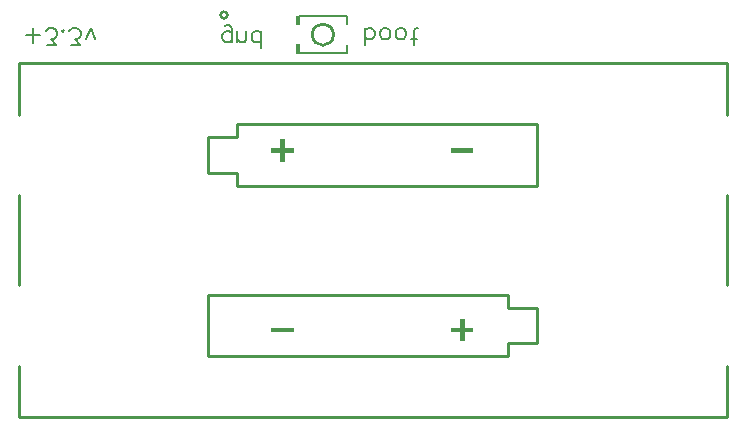
<source format=gbo>
G04 Layer: BottomSilkscreenLayer*
G04 EasyEDA v6.5.47, 2024-12-05 11:28:38*
G04 e01d2f149ab64b4ea65648a7afd3b608,d06a1f6f384c4cbbbfe4d72778ff38a8,10*
G04 Gerber Generator version 0.2*
G04 Scale: 100 percent, Rotated: No, Reflected: No *
G04 Dimensions in millimeters *
G04 leading zeros omitted , absolute positions ,4 integer and 5 decimal *
%FSLAX45Y45*%
%MOMM*%

%ADD10C,0.2032*%
%ADD11C,0.1524*%
%ADD12C,0.2540*%

%LPD*%
D10*
X620163Y-296009D02*
G01*
X620163Y-173281D01*
X558800Y-234645D02*
G01*
X681527Y-234645D01*
X740163Y-316463D02*
G01*
X815162Y-316463D01*
X774252Y-261917D01*
X794707Y-261917D01*
X808344Y-255099D01*
X815162Y-248282D01*
X821982Y-227827D01*
X821982Y-214190D01*
X815162Y-193735D01*
X801527Y-180101D01*
X781072Y-173281D01*
X760618Y-173281D01*
X740163Y-180101D01*
X733346Y-186918D01*
X726526Y-200553D01*
X873800Y-207373D02*
G01*
X866980Y-200553D01*
X873800Y-193735D01*
X880618Y-200553D01*
X873800Y-207373D01*
X939253Y-316463D02*
G01*
X1014252Y-316463D01*
X973345Y-261917D01*
X993800Y-261917D01*
X1007435Y-255099D01*
X1014252Y-248282D01*
X1021072Y-227827D01*
X1021072Y-214190D01*
X1014252Y-193735D01*
X1000617Y-180101D01*
X980163Y-173281D01*
X959708Y-173281D01*
X939253Y-180101D01*
X932436Y-186918D01*
X925616Y-200553D01*
X1066071Y-268737D02*
G01*
X1106980Y-173281D01*
X1147889Y-268737D02*
G01*
X1106980Y-173281D01*
X2304318Y-294137D02*
G01*
X2304318Y-185046D01*
X2297501Y-164592D01*
X2290681Y-157772D01*
X2277046Y-150954D01*
X2256591Y-150954D01*
X2242954Y-157772D01*
X2304318Y-273682D02*
G01*
X2290681Y-287317D01*
X2277046Y-294137D01*
X2256591Y-294137D01*
X2242954Y-287317D01*
X2229317Y-273682D01*
X2222500Y-253227D01*
X2222500Y-239590D01*
X2229317Y-219135D01*
X2242954Y-205498D01*
X2256591Y-198681D01*
X2277046Y-198681D01*
X2290681Y-205498D01*
X2304318Y-219135D01*
X2349317Y-294137D02*
G01*
X2349317Y-198681D01*
X2349317Y-266862D02*
G01*
X2369771Y-287317D01*
X2383409Y-294137D01*
X2403863Y-294137D01*
X2417500Y-287317D01*
X2424318Y-266862D01*
X2424318Y-198681D01*
X2551135Y-341863D02*
G01*
X2551135Y-198681D01*
X2551135Y-273682D02*
G01*
X2537500Y-287317D01*
X2523863Y-294137D01*
X2503408Y-294137D01*
X2489771Y-287317D01*
X2476136Y-273682D01*
X2469316Y-253227D01*
X2469316Y-239590D01*
X2476136Y-219135D01*
X2489771Y-205498D01*
X2503408Y-198681D01*
X2523863Y-198681D01*
X2537500Y-205498D01*
X2551135Y-219135D01*
X3429000Y-316463D02*
G01*
X3429000Y-173281D01*
X3429000Y-248282D02*
G01*
X3442637Y-261917D01*
X3456271Y-268737D01*
X3476726Y-268737D01*
X3490363Y-261917D01*
X3504001Y-248282D01*
X3510818Y-227827D01*
X3510818Y-214190D01*
X3504001Y-193735D01*
X3490363Y-180098D01*
X3476726Y-173281D01*
X3456271Y-173281D01*
X3442637Y-180098D01*
X3429000Y-193735D01*
X3589909Y-268737D02*
G01*
X3576271Y-261917D01*
X3562637Y-248282D01*
X3555817Y-227827D01*
X3555817Y-214190D01*
X3562637Y-193735D01*
X3576271Y-180098D01*
X3589909Y-173281D01*
X3610363Y-173281D01*
X3624000Y-180098D01*
X3637635Y-193735D01*
X3644452Y-214190D01*
X3644452Y-227827D01*
X3637635Y-248282D01*
X3624000Y-261917D01*
X3610363Y-268737D01*
X3589909Y-268737D01*
X3723546Y-268737D02*
G01*
X3709908Y-261917D01*
X3696271Y-248282D01*
X3689454Y-227827D01*
X3689454Y-214190D01*
X3696271Y-193735D01*
X3709908Y-180098D01*
X3723546Y-173281D01*
X3744000Y-173281D01*
X3757635Y-180098D01*
X3771272Y-193735D01*
X3778089Y-214190D01*
X3778089Y-227827D01*
X3771272Y-248282D01*
X3757635Y-261917D01*
X3744000Y-268737D01*
X3723546Y-268737D01*
X3843545Y-316463D02*
G01*
X3843545Y-200553D01*
X3850363Y-180098D01*
X3864000Y-173281D01*
X3877635Y-173281D01*
X3823091Y-268737D02*
G01*
X3870817Y-268737D01*
G36*
X2847898Y-311861D02*
G01*
X2847898Y-390347D01*
X2878378Y-390347D01*
X2878378Y-311861D01*
G37*
G36*
X2847898Y-66852D02*
G01*
X2847898Y-145338D01*
X2878378Y-145338D01*
X2878378Y-66852D01*
G37*
G36*
X2637485Y-1188516D02*
G01*
X2637485Y-1228496D01*
X2827477Y-1228496D01*
X2827477Y-1188516D01*
G37*
G36*
X2712516Y-1113485D02*
G01*
X2712516Y-1303528D01*
X2752496Y-1303528D01*
X2752496Y-1113485D01*
G37*
G36*
X4157522Y-1188516D02*
G01*
X4157522Y-1228496D01*
X4347514Y-1228496D01*
X4347514Y-1188516D01*
G37*
G36*
X4232503Y-2633472D02*
G01*
X4232503Y-2823514D01*
X4272483Y-2823514D01*
X4272483Y-2633472D01*
G37*
G36*
X4157522Y-2708503D02*
G01*
X4157522Y-2748483D01*
X4347514Y-2748483D01*
X4347514Y-2708503D01*
G37*
G36*
X2637536Y-2708503D02*
G01*
X2637536Y-2748483D01*
X2827528Y-2748483D01*
X2827528Y-2708503D01*
G37*
D11*
X2870779Y-382719D02*
G01*
X3276020Y-382719D01*
X3276020Y-382719D02*
G01*
X3276020Y-316920D01*
X2870779Y-74480D02*
G01*
X3276020Y-74480D01*
X3276020Y-74480D02*
G01*
X3276020Y-140279D01*
D12*
X5886706Y-468510D02*
G01*
X5782279Y-468510D01*
X4637496Y-2839506D02*
G01*
X4637496Y-2949503D01*
X2097504Y-2949508D01*
X2097504Y-2949508D02*
G01*
X2097504Y-2429504D01*
X4637496Y-2429510D01*
X4637496Y-2539507D01*
X4887495Y-2539507D01*
X4887495Y-2839506D01*
X4637496Y-2839506D01*
X4887495Y-987511D02*
G01*
X4887495Y-1507510D01*
X2347488Y-1507510D01*
X2347488Y-1397513D01*
X2097496Y-1397513D01*
X2097496Y-1097513D01*
X2347488Y-1097513D01*
X2347488Y-1097513D02*
G01*
X2347488Y-987511D01*
X4887495Y-987511D01*
X5886706Y-468510D02*
G01*
X6492491Y-468510D01*
X502503Y-906894D02*
G01*
X502503Y-468510D01*
X5782279Y-468510D01*
X502503Y-2348890D02*
G01*
X502503Y-1588122D01*
X6492491Y-3030118D02*
G01*
X6492491Y-3468504D01*
X502503Y-3468504D01*
X502503Y-3030118D01*
X6492491Y-1588119D02*
G01*
X6492491Y-2348890D01*
X6492491Y-468510D02*
G01*
X6492491Y-906894D01*
G75*
G01
X3163392Y-228600D02*
G03X3163392Y-228600I-89992J0D01*
G75*
G01
X2263597Y-63500D02*
G03X2263597Y-63500I-28397J0D01*
M02*

</source>
